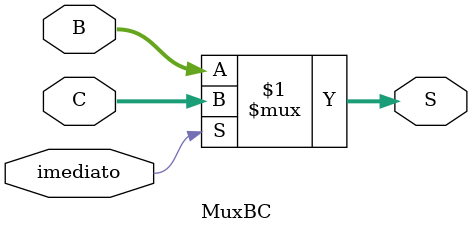
<source format=v>
module MuxBC #(parameter BITS = 64) (B, C, imediato, S);

    input imediato;
    input [BITS-1:0] B, C;
    output [BITS-1:0] S;

    assign S = imediato ? C : B;

endmodule
</source>
